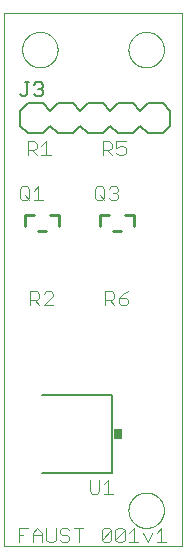
<source format=gto>
G75*
%MOIN*%
%OFA0B0*%
%FSLAX25Y25*%
%IPPOS*%
%LPD*%
%AMOC8*
5,1,8,0,0,1.08239X$1,22.5*
%
%ADD10C,0.00000*%
%ADD11C,0.00400*%
%ADD12C,0.00800*%
%ADD13C,0.00500*%
%ADD14C,0.01000*%
%ADD15R,0.03000X0.03400*%
D10*
X0001800Y0005756D02*
X0001800Y0183295D01*
X0060855Y0183295D01*
X0060855Y0005756D01*
X0001800Y0005756D01*
X0043138Y0017567D02*
X0043140Y0017720D01*
X0043146Y0017874D01*
X0043156Y0018027D01*
X0043170Y0018179D01*
X0043188Y0018332D01*
X0043210Y0018483D01*
X0043235Y0018634D01*
X0043265Y0018785D01*
X0043299Y0018935D01*
X0043336Y0019083D01*
X0043377Y0019231D01*
X0043422Y0019377D01*
X0043471Y0019523D01*
X0043524Y0019667D01*
X0043580Y0019809D01*
X0043640Y0019950D01*
X0043704Y0020090D01*
X0043771Y0020228D01*
X0043842Y0020364D01*
X0043917Y0020498D01*
X0043994Y0020630D01*
X0044076Y0020760D01*
X0044160Y0020888D01*
X0044248Y0021014D01*
X0044339Y0021137D01*
X0044433Y0021258D01*
X0044531Y0021376D01*
X0044631Y0021492D01*
X0044735Y0021605D01*
X0044841Y0021716D01*
X0044950Y0021824D01*
X0045062Y0021929D01*
X0045176Y0022030D01*
X0045294Y0022129D01*
X0045413Y0022225D01*
X0045535Y0022318D01*
X0045660Y0022407D01*
X0045787Y0022494D01*
X0045916Y0022576D01*
X0046047Y0022656D01*
X0046180Y0022732D01*
X0046315Y0022805D01*
X0046452Y0022874D01*
X0046591Y0022939D01*
X0046731Y0023001D01*
X0046873Y0023059D01*
X0047016Y0023114D01*
X0047161Y0023165D01*
X0047307Y0023212D01*
X0047454Y0023255D01*
X0047602Y0023294D01*
X0047751Y0023330D01*
X0047901Y0023361D01*
X0048052Y0023389D01*
X0048203Y0023413D01*
X0048356Y0023433D01*
X0048508Y0023449D01*
X0048661Y0023461D01*
X0048814Y0023469D01*
X0048967Y0023473D01*
X0049121Y0023473D01*
X0049274Y0023469D01*
X0049427Y0023461D01*
X0049580Y0023449D01*
X0049732Y0023433D01*
X0049885Y0023413D01*
X0050036Y0023389D01*
X0050187Y0023361D01*
X0050337Y0023330D01*
X0050486Y0023294D01*
X0050634Y0023255D01*
X0050781Y0023212D01*
X0050927Y0023165D01*
X0051072Y0023114D01*
X0051215Y0023059D01*
X0051357Y0023001D01*
X0051497Y0022939D01*
X0051636Y0022874D01*
X0051773Y0022805D01*
X0051908Y0022732D01*
X0052041Y0022656D01*
X0052172Y0022576D01*
X0052301Y0022494D01*
X0052428Y0022407D01*
X0052553Y0022318D01*
X0052675Y0022225D01*
X0052794Y0022129D01*
X0052912Y0022030D01*
X0053026Y0021929D01*
X0053138Y0021824D01*
X0053247Y0021716D01*
X0053353Y0021605D01*
X0053457Y0021492D01*
X0053557Y0021376D01*
X0053655Y0021258D01*
X0053749Y0021137D01*
X0053840Y0021014D01*
X0053928Y0020888D01*
X0054012Y0020760D01*
X0054094Y0020630D01*
X0054171Y0020498D01*
X0054246Y0020364D01*
X0054317Y0020228D01*
X0054384Y0020090D01*
X0054448Y0019950D01*
X0054508Y0019809D01*
X0054564Y0019667D01*
X0054617Y0019523D01*
X0054666Y0019377D01*
X0054711Y0019231D01*
X0054752Y0019083D01*
X0054789Y0018935D01*
X0054823Y0018785D01*
X0054853Y0018634D01*
X0054878Y0018483D01*
X0054900Y0018332D01*
X0054918Y0018179D01*
X0054932Y0018027D01*
X0054942Y0017874D01*
X0054948Y0017720D01*
X0054950Y0017567D01*
X0054948Y0017414D01*
X0054942Y0017260D01*
X0054932Y0017107D01*
X0054918Y0016955D01*
X0054900Y0016802D01*
X0054878Y0016651D01*
X0054853Y0016500D01*
X0054823Y0016349D01*
X0054789Y0016199D01*
X0054752Y0016051D01*
X0054711Y0015903D01*
X0054666Y0015757D01*
X0054617Y0015611D01*
X0054564Y0015467D01*
X0054508Y0015325D01*
X0054448Y0015184D01*
X0054384Y0015044D01*
X0054317Y0014906D01*
X0054246Y0014770D01*
X0054171Y0014636D01*
X0054094Y0014504D01*
X0054012Y0014374D01*
X0053928Y0014246D01*
X0053840Y0014120D01*
X0053749Y0013997D01*
X0053655Y0013876D01*
X0053557Y0013758D01*
X0053457Y0013642D01*
X0053353Y0013529D01*
X0053247Y0013418D01*
X0053138Y0013310D01*
X0053026Y0013205D01*
X0052912Y0013104D01*
X0052794Y0013005D01*
X0052675Y0012909D01*
X0052553Y0012816D01*
X0052428Y0012727D01*
X0052301Y0012640D01*
X0052172Y0012558D01*
X0052041Y0012478D01*
X0051908Y0012402D01*
X0051773Y0012329D01*
X0051636Y0012260D01*
X0051497Y0012195D01*
X0051357Y0012133D01*
X0051215Y0012075D01*
X0051072Y0012020D01*
X0050927Y0011969D01*
X0050781Y0011922D01*
X0050634Y0011879D01*
X0050486Y0011840D01*
X0050337Y0011804D01*
X0050187Y0011773D01*
X0050036Y0011745D01*
X0049885Y0011721D01*
X0049732Y0011701D01*
X0049580Y0011685D01*
X0049427Y0011673D01*
X0049274Y0011665D01*
X0049121Y0011661D01*
X0048967Y0011661D01*
X0048814Y0011665D01*
X0048661Y0011673D01*
X0048508Y0011685D01*
X0048356Y0011701D01*
X0048203Y0011721D01*
X0048052Y0011745D01*
X0047901Y0011773D01*
X0047751Y0011804D01*
X0047602Y0011840D01*
X0047454Y0011879D01*
X0047307Y0011922D01*
X0047161Y0011969D01*
X0047016Y0012020D01*
X0046873Y0012075D01*
X0046731Y0012133D01*
X0046591Y0012195D01*
X0046452Y0012260D01*
X0046315Y0012329D01*
X0046180Y0012402D01*
X0046047Y0012478D01*
X0045916Y0012558D01*
X0045787Y0012640D01*
X0045660Y0012727D01*
X0045535Y0012816D01*
X0045413Y0012909D01*
X0045294Y0013005D01*
X0045176Y0013104D01*
X0045062Y0013205D01*
X0044950Y0013310D01*
X0044841Y0013418D01*
X0044735Y0013529D01*
X0044631Y0013642D01*
X0044531Y0013758D01*
X0044433Y0013876D01*
X0044339Y0013997D01*
X0044248Y0014120D01*
X0044160Y0014246D01*
X0044076Y0014374D01*
X0043994Y0014504D01*
X0043917Y0014636D01*
X0043842Y0014770D01*
X0043771Y0014906D01*
X0043704Y0015044D01*
X0043640Y0015184D01*
X0043580Y0015325D01*
X0043524Y0015467D01*
X0043471Y0015611D01*
X0043422Y0015757D01*
X0043377Y0015903D01*
X0043336Y0016051D01*
X0043299Y0016199D01*
X0043265Y0016349D01*
X0043235Y0016500D01*
X0043210Y0016651D01*
X0043188Y0016802D01*
X0043170Y0016955D01*
X0043156Y0017107D01*
X0043146Y0017260D01*
X0043140Y0017414D01*
X0043138Y0017567D01*
X0043138Y0171110D02*
X0043140Y0171263D01*
X0043146Y0171417D01*
X0043156Y0171570D01*
X0043170Y0171722D01*
X0043188Y0171875D01*
X0043210Y0172026D01*
X0043235Y0172177D01*
X0043265Y0172328D01*
X0043299Y0172478D01*
X0043336Y0172626D01*
X0043377Y0172774D01*
X0043422Y0172920D01*
X0043471Y0173066D01*
X0043524Y0173210D01*
X0043580Y0173352D01*
X0043640Y0173493D01*
X0043704Y0173633D01*
X0043771Y0173771D01*
X0043842Y0173907D01*
X0043917Y0174041D01*
X0043994Y0174173D01*
X0044076Y0174303D01*
X0044160Y0174431D01*
X0044248Y0174557D01*
X0044339Y0174680D01*
X0044433Y0174801D01*
X0044531Y0174919D01*
X0044631Y0175035D01*
X0044735Y0175148D01*
X0044841Y0175259D01*
X0044950Y0175367D01*
X0045062Y0175472D01*
X0045176Y0175573D01*
X0045294Y0175672D01*
X0045413Y0175768D01*
X0045535Y0175861D01*
X0045660Y0175950D01*
X0045787Y0176037D01*
X0045916Y0176119D01*
X0046047Y0176199D01*
X0046180Y0176275D01*
X0046315Y0176348D01*
X0046452Y0176417D01*
X0046591Y0176482D01*
X0046731Y0176544D01*
X0046873Y0176602D01*
X0047016Y0176657D01*
X0047161Y0176708D01*
X0047307Y0176755D01*
X0047454Y0176798D01*
X0047602Y0176837D01*
X0047751Y0176873D01*
X0047901Y0176904D01*
X0048052Y0176932D01*
X0048203Y0176956D01*
X0048356Y0176976D01*
X0048508Y0176992D01*
X0048661Y0177004D01*
X0048814Y0177012D01*
X0048967Y0177016D01*
X0049121Y0177016D01*
X0049274Y0177012D01*
X0049427Y0177004D01*
X0049580Y0176992D01*
X0049732Y0176976D01*
X0049885Y0176956D01*
X0050036Y0176932D01*
X0050187Y0176904D01*
X0050337Y0176873D01*
X0050486Y0176837D01*
X0050634Y0176798D01*
X0050781Y0176755D01*
X0050927Y0176708D01*
X0051072Y0176657D01*
X0051215Y0176602D01*
X0051357Y0176544D01*
X0051497Y0176482D01*
X0051636Y0176417D01*
X0051773Y0176348D01*
X0051908Y0176275D01*
X0052041Y0176199D01*
X0052172Y0176119D01*
X0052301Y0176037D01*
X0052428Y0175950D01*
X0052553Y0175861D01*
X0052675Y0175768D01*
X0052794Y0175672D01*
X0052912Y0175573D01*
X0053026Y0175472D01*
X0053138Y0175367D01*
X0053247Y0175259D01*
X0053353Y0175148D01*
X0053457Y0175035D01*
X0053557Y0174919D01*
X0053655Y0174801D01*
X0053749Y0174680D01*
X0053840Y0174557D01*
X0053928Y0174431D01*
X0054012Y0174303D01*
X0054094Y0174173D01*
X0054171Y0174041D01*
X0054246Y0173907D01*
X0054317Y0173771D01*
X0054384Y0173633D01*
X0054448Y0173493D01*
X0054508Y0173352D01*
X0054564Y0173210D01*
X0054617Y0173066D01*
X0054666Y0172920D01*
X0054711Y0172774D01*
X0054752Y0172626D01*
X0054789Y0172478D01*
X0054823Y0172328D01*
X0054853Y0172177D01*
X0054878Y0172026D01*
X0054900Y0171875D01*
X0054918Y0171722D01*
X0054932Y0171570D01*
X0054942Y0171417D01*
X0054948Y0171263D01*
X0054950Y0171110D01*
X0054948Y0170957D01*
X0054942Y0170803D01*
X0054932Y0170650D01*
X0054918Y0170498D01*
X0054900Y0170345D01*
X0054878Y0170194D01*
X0054853Y0170043D01*
X0054823Y0169892D01*
X0054789Y0169742D01*
X0054752Y0169594D01*
X0054711Y0169446D01*
X0054666Y0169300D01*
X0054617Y0169154D01*
X0054564Y0169010D01*
X0054508Y0168868D01*
X0054448Y0168727D01*
X0054384Y0168587D01*
X0054317Y0168449D01*
X0054246Y0168313D01*
X0054171Y0168179D01*
X0054094Y0168047D01*
X0054012Y0167917D01*
X0053928Y0167789D01*
X0053840Y0167663D01*
X0053749Y0167540D01*
X0053655Y0167419D01*
X0053557Y0167301D01*
X0053457Y0167185D01*
X0053353Y0167072D01*
X0053247Y0166961D01*
X0053138Y0166853D01*
X0053026Y0166748D01*
X0052912Y0166647D01*
X0052794Y0166548D01*
X0052675Y0166452D01*
X0052553Y0166359D01*
X0052428Y0166270D01*
X0052301Y0166183D01*
X0052172Y0166101D01*
X0052041Y0166021D01*
X0051908Y0165945D01*
X0051773Y0165872D01*
X0051636Y0165803D01*
X0051497Y0165738D01*
X0051357Y0165676D01*
X0051215Y0165618D01*
X0051072Y0165563D01*
X0050927Y0165512D01*
X0050781Y0165465D01*
X0050634Y0165422D01*
X0050486Y0165383D01*
X0050337Y0165347D01*
X0050187Y0165316D01*
X0050036Y0165288D01*
X0049885Y0165264D01*
X0049732Y0165244D01*
X0049580Y0165228D01*
X0049427Y0165216D01*
X0049274Y0165208D01*
X0049121Y0165204D01*
X0048967Y0165204D01*
X0048814Y0165208D01*
X0048661Y0165216D01*
X0048508Y0165228D01*
X0048356Y0165244D01*
X0048203Y0165264D01*
X0048052Y0165288D01*
X0047901Y0165316D01*
X0047751Y0165347D01*
X0047602Y0165383D01*
X0047454Y0165422D01*
X0047307Y0165465D01*
X0047161Y0165512D01*
X0047016Y0165563D01*
X0046873Y0165618D01*
X0046731Y0165676D01*
X0046591Y0165738D01*
X0046452Y0165803D01*
X0046315Y0165872D01*
X0046180Y0165945D01*
X0046047Y0166021D01*
X0045916Y0166101D01*
X0045787Y0166183D01*
X0045660Y0166270D01*
X0045535Y0166359D01*
X0045413Y0166452D01*
X0045294Y0166548D01*
X0045176Y0166647D01*
X0045062Y0166748D01*
X0044950Y0166853D01*
X0044841Y0166961D01*
X0044735Y0167072D01*
X0044631Y0167185D01*
X0044531Y0167301D01*
X0044433Y0167419D01*
X0044339Y0167540D01*
X0044248Y0167663D01*
X0044160Y0167789D01*
X0044076Y0167917D01*
X0043994Y0168047D01*
X0043917Y0168179D01*
X0043842Y0168313D01*
X0043771Y0168449D01*
X0043704Y0168587D01*
X0043640Y0168727D01*
X0043580Y0168868D01*
X0043524Y0169010D01*
X0043471Y0169154D01*
X0043422Y0169300D01*
X0043377Y0169446D01*
X0043336Y0169594D01*
X0043299Y0169742D01*
X0043265Y0169892D01*
X0043235Y0170043D01*
X0043210Y0170194D01*
X0043188Y0170345D01*
X0043170Y0170498D01*
X0043156Y0170650D01*
X0043146Y0170803D01*
X0043140Y0170957D01*
X0043138Y0171110D01*
X0007705Y0171110D02*
X0007707Y0171263D01*
X0007713Y0171417D01*
X0007723Y0171570D01*
X0007737Y0171722D01*
X0007755Y0171875D01*
X0007777Y0172026D01*
X0007802Y0172177D01*
X0007832Y0172328D01*
X0007866Y0172478D01*
X0007903Y0172626D01*
X0007944Y0172774D01*
X0007989Y0172920D01*
X0008038Y0173066D01*
X0008091Y0173210D01*
X0008147Y0173352D01*
X0008207Y0173493D01*
X0008271Y0173633D01*
X0008338Y0173771D01*
X0008409Y0173907D01*
X0008484Y0174041D01*
X0008561Y0174173D01*
X0008643Y0174303D01*
X0008727Y0174431D01*
X0008815Y0174557D01*
X0008906Y0174680D01*
X0009000Y0174801D01*
X0009098Y0174919D01*
X0009198Y0175035D01*
X0009302Y0175148D01*
X0009408Y0175259D01*
X0009517Y0175367D01*
X0009629Y0175472D01*
X0009743Y0175573D01*
X0009861Y0175672D01*
X0009980Y0175768D01*
X0010102Y0175861D01*
X0010227Y0175950D01*
X0010354Y0176037D01*
X0010483Y0176119D01*
X0010614Y0176199D01*
X0010747Y0176275D01*
X0010882Y0176348D01*
X0011019Y0176417D01*
X0011158Y0176482D01*
X0011298Y0176544D01*
X0011440Y0176602D01*
X0011583Y0176657D01*
X0011728Y0176708D01*
X0011874Y0176755D01*
X0012021Y0176798D01*
X0012169Y0176837D01*
X0012318Y0176873D01*
X0012468Y0176904D01*
X0012619Y0176932D01*
X0012770Y0176956D01*
X0012923Y0176976D01*
X0013075Y0176992D01*
X0013228Y0177004D01*
X0013381Y0177012D01*
X0013534Y0177016D01*
X0013688Y0177016D01*
X0013841Y0177012D01*
X0013994Y0177004D01*
X0014147Y0176992D01*
X0014299Y0176976D01*
X0014452Y0176956D01*
X0014603Y0176932D01*
X0014754Y0176904D01*
X0014904Y0176873D01*
X0015053Y0176837D01*
X0015201Y0176798D01*
X0015348Y0176755D01*
X0015494Y0176708D01*
X0015639Y0176657D01*
X0015782Y0176602D01*
X0015924Y0176544D01*
X0016064Y0176482D01*
X0016203Y0176417D01*
X0016340Y0176348D01*
X0016475Y0176275D01*
X0016608Y0176199D01*
X0016739Y0176119D01*
X0016868Y0176037D01*
X0016995Y0175950D01*
X0017120Y0175861D01*
X0017242Y0175768D01*
X0017361Y0175672D01*
X0017479Y0175573D01*
X0017593Y0175472D01*
X0017705Y0175367D01*
X0017814Y0175259D01*
X0017920Y0175148D01*
X0018024Y0175035D01*
X0018124Y0174919D01*
X0018222Y0174801D01*
X0018316Y0174680D01*
X0018407Y0174557D01*
X0018495Y0174431D01*
X0018579Y0174303D01*
X0018661Y0174173D01*
X0018738Y0174041D01*
X0018813Y0173907D01*
X0018884Y0173771D01*
X0018951Y0173633D01*
X0019015Y0173493D01*
X0019075Y0173352D01*
X0019131Y0173210D01*
X0019184Y0173066D01*
X0019233Y0172920D01*
X0019278Y0172774D01*
X0019319Y0172626D01*
X0019356Y0172478D01*
X0019390Y0172328D01*
X0019420Y0172177D01*
X0019445Y0172026D01*
X0019467Y0171875D01*
X0019485Y0171722D01*
X0019499Y0171570D01*
X0019509Y0171417D01*
X0019515Y0171263D01*
X0019517Y0171110D01*
X0019515Y0170957D01*
X0019509Y0170803D01*
X0019499Y0170650D01*
X0019485Y0170498D01*
X0019467Y0170345D01*
X0019445Y0170194D01*
X0019420Y0170043D01*
X0019390Y0169892D01*
X0019356Y0169742D01*
X0019319Y0169594D01*
X0019278Y0169446D01*
X0019233Y0169300D01*
X0019184Y0169154D01*
X0019131Y0169010D01*
X0019075Y0168868D01*
X0019015Y0168727D01*
X0018951Y0168587D01*
X0018884Y0168449D01*
X0018813Y0168313D01*
X0018738Y0168179D01*
X0018661Y0168047D01*
X0018579Y0167917D01*
X0018495Y0167789D01*
X0018407Y0167663D01*
X0018316Y0167540D01*
X0018222Y0167419D01*
X0018124Y0167301D01*
X0018024Y0167185D01*
X0017920Y0167072D01*
X0017814Y0166961D01*
X0017705Y0166853D01*
X0017593Y0166748D01*
X0017479Y0166647D01*
X0017361Y0166548D01*
X0017242Y0166452D01*
X0017120Y0166359D01*
X0016995Y0166270D01*
X0016868Y0166183D01*
X0016739Y0166101D01*
X0016608Y0166021D01*
X0016475Y0165945D01*
X0016340Y0165872D01*
X0016203Y0165803D01*
X0016064Y0165738D01*
X0015924Y0165676D01*
X0015782Y0165618D01*
X0015639Y0165563D01*
X0015494Y0165512D01*
X0015348Y0165465D01*
X0015201Y0165422D01*
X0015053Y0165383D01*
X0014904Y0165347D01*
X0014754Y0165316D01*
X0014603Y0165288D01*
X0014452Y0165264D01*
X0014299Y0165244D01*
X0014147Y0165228D01*
X0013994Y0165216D01*
X0013841Y0165208D01*
X0013688Y0165204D01*
X0013534Y0165204D01*
X0013381Y0165208D01*
X0013228Y0165216D01*
X0013075Y0165228D01*
X0012923Y0165244D01*
X0012770Y0165264D01*
X0012619Y0165288D01*
X0012468Y0165316D01*
X0012318Y0165347D01*
X0012169Y0165383D01*
X0012021Y0165422D01*
X0011874Y0165465D01*
X0011728Y0165512D01*
X0011583Y0165563D01*
X0011440Y0165618D01*
X0011298Y0165676D01*
X0011158Y0165738D01*
X0011019Y0165803D01*
X0010882Y0165872D01*
X0010747Y0165945D01*
X0010614Y0166021D01*
X0010483Y0166101D01*
X0010354Y0166183D01*
X0010227Y0166270D01*
X0010102Y0166359D01*
X0009980Y0166452D01*
X0009861Y0166548D01*
X0009743Y0166647D01*
X0009629Y0166748D01*
X0009517Y0166853D01*
X0009408Y0166961D01*
X0009302Y0167072D01*
X0009198Y0167185D01*
X0009098Y0167301D01*
X0009000Y0167419D01*
X0008906Y0167540D01*
X0008815Y0167663D01*
X0008727Y0167789D01*
X0008643Y0167917D01*
X0008561Y0168047D01*
X0008484Y0168179D01*
X0008409Y0168313D01*
X0008338Y0168449D01*
X0008271Y0168587D01*
X0008207Y0168727D01*
X0008147Y0168868D01*
X0008091Y0169010D01*
X0008038Y0169154D01*
X0007989Y0169300D01*
X0007944Y0169446D01*
X0007903Y0169594D01*
X0007866Y0169742D01*
X0007832Y0169892D01*
X0007802Y0170043D01*
X0007777Y0170194D01*
X0007755Y0170345D01*
X0007737Y0170498D01*
X0007723Y0170650D01*
X0007713Y0170803D01*
X0007707Y0170957D01*
X0007705Y0171110D01*
D11*
X0009500Y0140560D02*
X0011802Y0140560D01*
X0012569Y0139793D01*
X0012569Y0138258D01*
X0011802Y0137491D01*
X0009500Y0137491D01*
X0009500Y0135956D02*
X0009500Y0140560D01*
X0011035Y0137491D02*
X0012569Y0135956D01*
X0014104Y0135956D02*
X0017173Y0135956D01*
X0015639Y0135956D02*
X0015639Y0140560D01*
X0014104Y0139025D01*
X0013139Y0125560D02*
X0011604Y0124025D01*
X0010069Y0124793D02*
X0010069Y0121723D01*
X0009302Y0120956D01*
X0007767Y0120956D01*
X0007000Y0121723D01*
X0007000Y0124793D01*
X0007767Y0125560D01*
X0009302Y0125560D01*
X0010069Y0124793D01*
X0008535Y0122491D02*
X0010069Y0120956D01*
X0011604Y0120956D02*
X0014673Y0120956D01*
X0013139Y0120956D02*
X0013139Y0125560D01*
X0012594Y0090560D02*
X0010292Y0090560D01*
X0010292Y0085956D01*
X0010292Y0087491D02*
X0012594Y0087491D01*
X0013361Y0088258D01*
X0013361Y0089793D01*
X0012594Y0090560D01*
X0011827Y0087491D02*
X0013361Y0085956D01*
X0014896Y0085956D02*
X0017965Y0089025D01*
X0017965Y0089793D01*
X0017198Y0090560D01*
X0015663Y0090560D01*
X0014896Y0089793D01*
X0014896Y0085956D02*
X0017965Y0085956D01*
X0032767Y0120956D02*
X0032000Y0121723D01*
X0032000Y0124793D01*
X0032767Y0125560D01*
X0034302Y0125560D01*
X0035069Y0124793D01*
X0035069Y0121723D01*
X0034302Y0120956D01*
X0032767Y0120956D01*
X0033535Y0122491D02*
X0035069Y0120956D01*
X0036604Y0121723D02*
X0037371Y0120956D01*
X0038906Y0120956D01*
X0039673Y0121723D01*
X0039673Y0122491D01*
X0038906Y0123258D01*
X0038139Y0123258D01*
X0036604Y0124793D02*
X0037371Y0125560D01*
X0038906Y0125560D01*
X0039673Y0124793D01*
X0039673Y0124025D01*
X0038906Y0123258D01*
X0039871Y0135956D02*
X0039104Y0136723D01*
X0039871Y0135956D02*
X0041406Y0135956D01*
X0042173Y0136723D01*
X0042173Y0138258D01*
X0041406Y0139025D01*
X0040639Y0139025D01*
X0039104Y0138258D01*
X0039104Y0140560D01*
X0042173Y0140560D01*
X0037569Y0139793D02*
X0037569Y0138258D01*
X0036802Y0137491D01*
X0034500Y0137491D01*
X0034500Y0135956D02*
X0034500Y0140560D01*
X0036802Y0140560D01*
X0037569Y0139793D01*
X0036035Y0137491D02*
X0037569Y0135956D01*
X0037594Y0090560D02*
X0035292Y0090560D01*
X0035292Y0085956D01*
X0035292Y0087491D02*
X0037594Y0087491D01*
X0038361Y0088258D01*
X0038361Y0089793D01*
X0037594Y0090560D01*
X0036827Y0087491D02*
X0038361Y0085956D01*
X0039896Y0086723D02*
X0040663Y0085956D01*
X0042198Y0085956D01*
X0042965Y0086723D01*
X0042965Y0087491D01*
X0042198Y0088258D01*
X0039896Y0088258D01*
X0039896Y0086723D01*
X0039896Y0088258D02*
X0041431Y0089793D01*
X0042965Y0090560D01*
X0036431Y0027745D02*
X0036431Y0023141D01*
X0037965Y0023141D02*
X0034896Y0023141D01*
X0033361Y0023908D02*
X0033361Y0027745D01*
X0034896Y0026210D02*
X0036431Y0027745D01*
X0033361Y0023908D02*
X0032594Y0023141D01*
X0031059Y0023141D01*
X0030292Y0023908D01*
X0030292Y0027745D01*
X0028058Y0011623D02*
X0024989Y0011623D01*
X0023454Y0010855D02*
X0022687Y0011623D01*
X0021152Y0011623D01*
X0020385Y0010855D01*
X0020385Y0010088D01*
X0021152Y0009321D01*
X0022687Y0009321D01*
X0023454Y0008554D01*
X0023454Y0007786D01*
X0022687Y0007019D01*
X0021152Y0007019D01*
X0020385Y0007786D01*
X0018850Y0007786D02*
X0018850Y0011623D01*
X0018850Y0007786D02*
X0018083Y0007019D01*
X0016548Y0007019D01*
X0015781Y0007786D01*
X0015781Y0011623D01*
X0014246Y0010088D02*
X0014246Y0007019D01*
X0014246Y0009321D02*
X0011177Y0009321D01*
X0011177Y0010088D02*
X0012712Y0011623D01*
X0014246Y0010088D01*
X0011177Y0010088D02*
X0011177Y0007019D01*
X0009643Y0011623D02*
X0006573Y0011623D01*
X0006573Y0007019D01*
X0006573Y0009321D02*
X0008108Y0009321D01*
X0026524Y0007019D02*
X0026524Y0011623D01*
X0034197Y0010855D02*
X0034197Y0007786D01*
X0037266Y0010855D01*
X0037266Y0007786D01*
X0036499Y0007019D01*
X0034964Y0007019D01*
X0034197Y0007786D01*
X0034197Y0010855D02*
X0034964Y0011623D01*
X0036499Y0011623D01*
X0037266Y0010855D01*
X0038801Y0010855D02*
X0038801Y0007786D01*
X0041870Y0010855D01*
X0041870Y0007786D01*
X0041103Y0007019D01*
X0039568Y0007019D01*
X0038801Y0007786D01*
X0038801Y0010855D02*
X0039568Y0011623D01*
X0041103Y0011623D01*
X0041870Y0010855D01*
X0043405Y0010088D02*
X0044939Y0011623D01*
X0044939Y0007019D01*
X0043405Y0007019D02*
X0046474Y0007019D01*
X0049543Y0007019D02*
X0048009Y0010088D01*
X0051078Y0010088D02*
X0049543Y0007019D01*
X0052612Y0007019D02*
X0055682Y0007019D01*
X0054147Y0007019D02*
X0054147Y0011623D01*
X0052612Y0010088D01*
D12*
X0037800Y0030039D02*
X0014200Y0030041D01*
X0014200Y0055841D02*
X0037800Y0055843D01*
X0037800Y0030039D01*
X0039536Y0143256D02*
X0044536Y0143256D01*
X0047036Y0145756D01*
X0049536Y0143256D01*
X0054536Y0143256D01*
X0057036Y0145756D01*
X0057036Y0150756D01*
X0054536Y0153256D01*
X0049536Y0153256D01*
X0047036Y0150756D01*
X0044536Y0153256D01*
X0039536Y0153256D01*
X0037036Y0150756D01*
X0034536Y0153256D01*
X0029536Y0153256D01*
X0027036Y0150756D01*
X0024536Y0153256D01*
X0019536Y0153256D01*
X0017036Y0150756D01*
X0014536Y0153256D01*
X0009536Y0153256D01*
X0007036Y0150756D01*
X0007036Y0145756D01*
X0009536Y0143256D01*
X0014536Y0143256D01*
X0017036Y0145756D01*
X0019536Y0143256D01*
X0024536Y0143256D01*
X0027036Y0145756D01*
X0029536Y0143256D01*
X0034536Y0143256D01*
X0037036Y0145756D01*
X0039536Y0143256D01*
D13*
X0014593Y0156457D02*
X0013842Y0155706D01*
X0012341Y0155706D01*
X0011590Y0156457D01*
X0013091Y0157958D02*
X0013842Y0157958D01*
X0014593Y0157207D01*
X0014593Y0156457D01*
X0013842Y0157958D02*
X0014593Y0158708D01*
X0014593Y0159459D01*
X0013842Y0160210D01*
X0012341Y0160210D01*
X0011590Y0159459D01*
X0009989Y0160210D02*
X0008488Y0160210D01*
X0009238Y0160210D02*
X0009238Y0156457D01*
X0008488Y0155706D01*
X0007737Y0155706D01*
X0006986Y0156457D01*
D14*
X0008700Y0115856D02*
X0011700Y0115856D01*
X0013100Y0110656D02*
X0015500Y0110656D01*
X0016900Y0115856D02*
X0019900Y0115856D01*
X0019900Y0112256D01*
X0008700Y0112256D02*
X0008700Y0115856D01*
X0033700Y0115856D02*
X0033700Y0112256D01*
X0033700Y0115856D02*
X0036700Y0115856D01*
X0038100Y0110656D02*
X0040500Y0110656D01*
X0041900Y0115856D02*
X0044900Y0115856D01*
X0044900Y0112256D01*
D15*
X0039700Y0042941D03*
M02*

</source>
